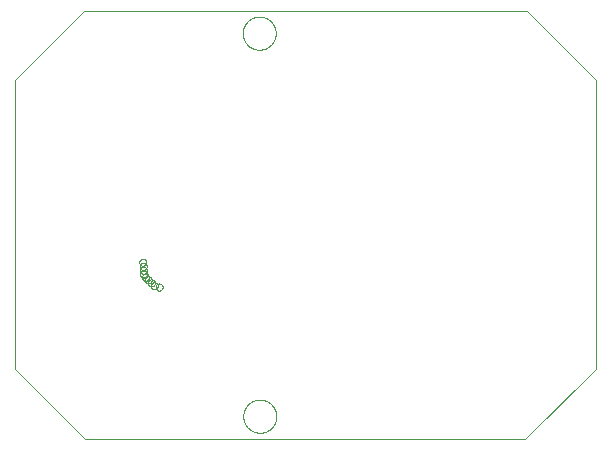
<source format=gbp>
G75*
%MOIN*%
%OFA0B0*%
%FSLAX25Y25*%
%IPPOS*%
%LPD*%
%AMOC8*
5,1,8,0,0,1.08239X$1,22.5*
%
%ADD10C,0.00000*%
D10*
X0001855Y0024792D02*
X0025398Y0001249D01*
X0172170Y0001249D01*
X0195713Y0024792D01*
X0195713Y0120934D01*
X0172564Y0144083D01*
X0025005Y0144083D01*
X0001855Y0120934D01*
X0001855Y0024792D01*
X0043627Y0056328D02*
X0043629Y0056397D01*
X0043635Y0056465D01*
X0043645Y0056533D01*
X0043659Y0056600D01*
X0043677Y0056667D01*
X0043698Y0056732D01*
X0043724Y0056796D01*
X0043753Y0056858D01*
X0043785Y0056918D01*
X0043821Y0056977D01*
X0043861Y0057033D01*
X0043903Y0057087D01*
X0043949Y0057138D01*
X0043998Y0057187D01*
X0044049Y0057233D01*
X0044103Y0057275D01*
X0044159Y0057315D01*
X0044217Y0057351D01*
X0044278Y0057383D01*
X0044340Y0057412D01*
X0044404Y0057438D01*
X0044469Y0057459D01*
X0044536Y0057477D01*
X0044603Y0057491D01*
X0044671Y0057501D01*
X0044739Y0057507D01*
X0044808Y0057509D01*
X0044877Y0057507D01*
X0044945Y0057501D01*
X0045013Y0057491D01*
X0045080Y0057477D01*
X0045147Y0057459D01*
X0045212Y0057438D01*
X0045276Y0057412D01*
X0045338Y0057383D01*
X0045398Y0057351D01*
X0045457Y0057315D01*
X0045513Y0057275D01*
X0045567Y0057233D01*
X0045618Y0057187D01*
X0045667Y0057138D01*
X0045713Y0057087D01*
X0045755Y0057033D01*
X0045795Y0056977D01*
X0045831Y0056918D01*
X0045863Y0056858D01*
X0045892Y0056796D01*
X0045918Y0056732D01*
X0045939Y0056667D01*
X0045957Y0056600D01*
X0045971Y0056533D01*
X0045981Y0056465D01*
X0045987Y0056397D01*
X0045989Y0056328D01*
X0045987Y0056259D01*
X0045981Y0056191D01*
X0045971Y0056123D01*
X0045957Y0056056D01*
X0045939Y0055989D01*
X0045918Y0055924D01*
X0045892Y0055860D01*
X0045863Y0055798D01*
X0045831Y0055737D01*
X0045795Y0055679D01*
X0045755Y0055623D01*
X0045713Y0055569D01*
X0045667Y0055518D01*
X0045618Y0055469D01*
X0045567Y0055423D01*
X0045513Y0055381D01*
X0045457Y0055341D01*
X0045399Y0055305D01*
X0045338Y0055273D01*
X0045276Y0055244D01*
X0045212Y0055218D01*
X0045147Y0055197D01*
X0045080Y0055179D01*
X0045013Y0055165D01*
X0044945Y0055155D01*
X0044877Y0055149D01*
X0044808Y0055147D01*
X0044739Y0055149D01*
X0044671Y0055155D01*
X0044603Y0055165D01*
X0044536Y0055179D01*
X0044469Y0055197D01*
X0044404Y0055218D01*
X0044340Y0055244D01*
X0044278Y0055273D01*
X0044217Y0055305D01*
X0044159Y0055341D01*
X0044103Y0055381D01*
X0044049Y0055423D01*
X0043998Y0055469D01*
X0043949Y0055518D01*
X0043903Y0055569D01*
X0043861Y0055623D01*
X0043821Y0055679D01*
X0043785Y0055737D01*
X0043753Y0055798D01*
X0043724Y0055860D01*
X0043698Y0055924D01*
X0043677Y0055989D01*
X0043659Y0056056D01*
X0043645Y0056123D01*
X0043635Y0056191D01*
X0043629Y0056259D01*
X0043627Y0056328D01*
X0043528Y0057607D02*
X0043530Y0057676D01*
X0043536Y0057744D01*
X0043546Y0057812D01*
X0043560Y0057879D01*
X0043578Y0057946D01*
X0043599Y0058011D01*
X0043625Y0058075D01*
X0043654Y0058137D01*
X0043686Y0058197D01*
X0043722Y0058256D01*
X0043762Y0058312D01*
X0043804Y0058366D01*
X0043850Y0058417D01*
X0043899Y0058466D01*
X0043950Y0058512D01*
X0044004Y0058554D01*
X0044060Y0058594D01*
X0044118Y0058630D01*
X0044179Y0058662D01*
X0044241Y0058691D01*
X0044305Y0058717D01*
X0044370Y0058738D01*
X0044437Y0058756D01*
X0044504Y0058770D01*
X0044572Y0058780D01*
X0044640Y0058786D01*
X0044709Y0058788D01*
X0044778Y0058786D01*
X0044846Y0058780D01*
X0044914Y0058770D01*
X0044981Y0058756D01*
X0045048Y0058738D01*
X0045113Y0058717D01*
X0045177Y0058691D01*
X0045239Y0058662D01*
X0045299Y0058630D01*
X0045358Y0058594D01*
X0045414Y0058554D01*
X0045468Y0058512D01*
X0045519Y0058466D01*
X0045568Y0058417D01*
X0045614Y0058366D01*
X0045656Y0058312D01*
X0045696Y0058256D01*
X0045732Y0058197D01*
X0045764Y0058137D01*
X0045793Y0058075D01*
X0045819Y0058011D01*
X0045840Y0057946D01*
X0045858Y0057879D01*
X0045872Y0057812D01*
X0045882Y0057744D01*
X0045888Y0057676D01*
X0045890Y0057607D01*
X0045888Y0057538D01*
X0045882Y0057470D01*
X0045872Y0057402D01*
X0045858Y0057335D01*
X0045840Y0057268D01*
X0045819Y0057203D01*
X0045793Y0057139D01*
X0045764Y0057077D01*
X0045732Y0057016D01*
X0045696Y0056958D01*
X0045656Y0056902D01*
X0045614Y0056848D01*
X0045568Y0056797D01*
X0045519Y0056748D01*
X0045468Y0056702D01*
X0045414Y0056660D01*
X0045358Y0056620D01*
X0045300Y0056584D01*
X0045239Y0056552D01*
X0045177Y0056523D01*
X0045113Y0056497D01*
X0045048Y0056476D01*
X0044981Y0056458D01*
X0044914Y0056444D01*
X0044846Y0056434D01*
X0044778Y0056428D01*
X0044709Y0056426D01*
X0044640Y0056428D01*
X0044572Y0056434D01*
X0044504Y0056444D01*
X0044437Y0056458D01*
X0044370Y0056476D01*
X0044305Y0056497D01*
X0044241Y0056523D01*
X0044179Y0056552D01*
X0044118Y0056584D01*
X0044060Y0056620D01*
X0044004Y0056660D01*
X0043950Y0056702D01*
X0043899Y0056748D01*
X0043850Y0056797D01*
X0043804Y0056848D01*
X0043762Y0056902D01*
X0043722Y0056958D01*
X0043686Y0057016D01*
X0043654Y0057077D01*
X0043625Y0057139D01*
X0043599Y0057203D01*
X0043578Y0057268D01*
X0043560Y0057335D01*
X0043546Y0057402D01*
X0043536Y0057470D01*
X0043530Y0057538D01*
X0043528Y0057607D01*
X0043528Y0058887D02*
X0043530Y0058956D01*
X0043536Y0059024D01*
X0043546Y0059092D01*
X0043560Y0059159D01*
X0043578Y0059226D01*
X0043599Y0059291D01*
X0043625Y0059355D01*
X0043654Y0059417D01*
X0043686Y0059477D01*
X0043722Y0059536D01*
X0043762Y0059592D01*
X0043804Y0059646D01*
X0043850Y0059697D01*
X0043899Y0059746D01*
X0043950Y0059792D01*
X0044004Y0059834D01*
X0044060Y0059874D01*
X0044118Y0059910D01*
X0044179Y0059942D01*
X0044241Y0059971D01*
X0044305Y0059997D01*
X0044370Y0060018D01*
X0044437Y0060036D01*
X0044504Y0060050D01*
X0044572Y0060060D01*
X0044640Y0060066D01*
X0044709Y0060068D01*
X0044778Y0060066D01*
X0044846Y0060060D01*
X0044914Y0060050D01*
X0044981Y0060036D01*
X0045048Y0060018D01*
X0045113Y0059997D01*
X0045177Y0059971D01*
X0045239Y0059942D01*
X0045299Y0059910D01*
X0045358Y0059874D01*
X0045414Y0059834D01*
X0045468Y0059792D01*
X0045519Y0059746D01*
X0045568Y0059697D01*
X0045614Y0059646D01*
X0045656Y0059592D01*
X0045696Y0059536D01*
X0045732Y0059477D01*
X0045764Y0059417D01*
X0045793Y0059355D01*
X0045819Y0059291D01*
X0045840Y0059226D01*
X0045858Y0059159D01*
X0045872Y0059092D01*
X0045882Y0059024D01*
X0045888Y0058956D01*
X0045890Y0058887D01*
X0045888Y0058818D01*
X0045882Y0058750D01*
X0045872Y0058682D01*
X0045858Y0058615D01*
X0045840Y0058548D01*
X0045819Y0058483D01*
X0045793Y0058419D01*
X0045764Y0058357D01*
X0045732Y0058296D01*
X0045696Y0058238D01*
X0045656Y0058182D01*
X0045614Y0058128D01*
X0045568Y0058077D01*
X0045519Y0058028D01*
X0045468Y0057982D01*
X0045414Y0057940D01*
X0045358Y0057900D01*
X0045300Y0057864D01*
X0045239Y0057832D01*
X0045177Y0057803D01*
X0045113Y0057777D01*
X0045048Y0057756D01*
X0044981Y0057738D01*
X0044914Y0057724D01*
X0044846Y0057714D01*
X0044778Y0057708D01*
X0044709Y0057706D01*
X0044640Y0057708D01*
X0044572Y0057714D01*
X0044504Y0057724D01*
X0044437Y0057738D01*
X0044370Y0057756D01*
X0044305Y0057777D01*
X0044241Y0057803D01*
X0044179Y0057832D01*
X0044118Y0057864D01*
X0044060Y0057900D01*
X0044004Y0057940D01*
X0043950Y0057982D01*
X0043899Y0058028D01*
X0043850Y0058077D01*
X0043804Y0058128D01*
X0043762Y0058182D01*
X0043722Y0058238D01*
X0043686Y0058296D01*
X0043654Y0058357D01*
X0043625Y0058419D01*
X0043599Y0058483D01*
X0043578Y0058548D01*
X0043560Y0058615D01*
X0043546Y0058682D01*
X0043536Y0058750D01*
X0043530Y0058818D01*
X0043528Y0058887D01*
X0043430Y0060265D02*
X0043432Y0060334D01*
X0043438Y0060402D01*
X0043448Y0060470D01*
X0043462Y0060537D01*
X0043480Y0060604D01*
X0043501Y0060669D01*
X0043527Y0060733D01*
X0043556Y0060795D01*
X0043588Y0060855D01*
X0043624Y0060914D01*
X0043664Y0060970D01*
X0043706Y0061024D01*
X0043752Y0061075D01*
X0043801Y0061124D01*
X0043852Y0061170D01*
X0043906Y0061212D01*
X0043962Y0061252D01*
X0044020Y0061288D01*
X0044081Y0061320D01*
X0044143Y0061349D01*
X0044207Y0061375D01*
X0044272Y0061396D01*
X0044339Y0061414D01*
X0044406Y0061428D01*
X0044474Y0061438D01*
X0044542Y0061444D01*
X0044611Y0061446D01*
X0044680Y0061444D01*
X0044748Y0061438D01*
X0044816Y0061428D01*
X0044883Y0061414D01*
X0044950Y0061396D01*
X0045015Y0061375D01*
X0045079Y0061349D01*
X0045141Y0061320D01*
X0045201Y0061288D01*
X0045260Y0061252D01*
X0045316Y0061212D01*
X0045370Y0061170D01*
X0045421Y0061124D01*
X0045470Y0061075D01*
X0045516Y0061024D01*
X0045558Y0060970D01*
X0045598Y0060914D01*
X0045634Y0060855D01*
X0045666Y0060795D01*
X0045695Y0060733D01*
X0045721Y0060669D01*
X0045742Y0060604D01*
X0045760Y0060537D01*
X0045774Y0060470D01*
X0045784Y0060402D01*
X0045790Y0060334D01*
X0045792Y0060265D01*
X0045790Y0060196D01*
X0045784Y0060128D01*
X0045774Y0060060D01*
X0045760Y0059993D01*
X0045742Y0059926D01*
X0045721Y0059861D01*
X0045695Y0059797D01*
X0045666Y0059735D01*
X0045634Y0059674D01*
X0045598Y0059616D01*
X0045558Y0059560D01*
X0045516Y0059506D01*
X0045470Y0059455D01*
X0045421Y0059406D01*
X0045370Y0059360D01*
X0045316Y0059318D01*
X0045260Y0059278D01*
X0045202Y0059242D01*
X0045141Y0059210D01*
X0045079Y0059181D01*
X0045015Y0059155D01*
X0044950Y0059134D01*
X0044883Y0059116D01*
X0044816Y0059102D01*
X0044748Y0059092D01*
X0044680Y0059086D01*
X0044611Y0059084D01*
X0044542Y0059086D01*
X0044474Y0059092D01*
X0044406Y0059102D01*
X0044339Y0059116D01*
X0044272Y0059134D01*
X0044207Y0059155D01*
X0044143Y0059181D01*
X0044081Y0059210D01*
X0044020Y0059242D01*
X0043962Y0059278D01*
X0043906Y0059318D01*
X0043852Y0059360D01*
X0043801Y0059406D01*
X0043752Y0059455D01*
X0043706Y0059506D01*
X0043664Y0059560D01*
X0043624Y0059616D01*
X0043588Y0059674D01*
X0043556Y0059735D01*
X0043527Y0059797D01*
X0043501Y0059861D01*
X0043480Y0059926D01*
X0043462Y0059993D01*
X0043448Y0060060D01*
X0043438Y0060128D01*
X0043432Y0060196D01*
X0043430Y0060265D01*
X0044316Y0055245D02*
X0044318Y0055314D01*
X0044324Y0055382D01*
X0044334Y0055450D01*
X0044348Y0055517D01*
X0044366Y0055584D01*
X0044387Y0055649D01*
X0044413Y0055713D01*
X0044442Y0055775D01*
X0044474Y0055835D01*
X0044510Y0055894D01*
X0044550Y0055950D01*
X0044592Y0056004D01*
X0044638Y0056055D01*
X0044687Y0056104D01*
X0044738Y0056150D01*
X0044792Y0056192D01*
X0044848Y0056232D01*
X0044906Y0056268D01*
X0044967Y0056300D01*
X0045029Y0056329D01*
X0045093Y0056355D01*
X0045158Y0056376D01*
X0045225Y0056394D01*
X0045292Y0056408D01*
X0045360Y0056418D01*
X0045428Y0056424D01*
X0045497Y0056426D01*
X0045566Y0056424D01*
X0045634Y0056418D01*
X0045702Y0056408D01*
X0045769Y0056394D01*
X0045836Y0056376D01*
X0045901Y0056355D01*
X0045965Y0056329D01*
X0046027Y0056300D01*
X0046087Y0056268D01*
X0046146Y0056232D01*
X0046202Y0056192D01*
X0046256Y0056150D01*
X0046307Y0056104D01*
X0046356Y0056055D01*
X0046402Y0056004D01*
X0046444Y0055950D01*
X0046484Y0055894D01*
X0046520Y0055835D01*
X0046552Y0055775D01*
X0046581Y0055713D01*
X0046607Y0055649D01*
X0046628Y0055584D01*
X0046646Y0055517D01*
X0046660Y0055450D01*
X0046670Y0055382D01*
X0046676Y0055314D01*
X0046678Y0055245D01*
X0046676Y0055176D01*
X0046670Y0055108D01*
X0046660Y0055040D01*
X0046646Y0054973D01*
X0046628Y0054906D01*
X0046607Y0054841D01*
X0046581Y0054777D01*
X0046552Y0054715D01*
X0046520Y0054654D01*
X0046484Y0054596D01*
X0046444Y0054540D01*
X0046402Y0054486D01*
X0046356Y0054435D01*
X0046307Y0054386D01*
X0046256Y0054340D01*
X0046202Y0054298D01*
X0046146Y0054258D01*
X0046088Y0054222D01*
X0046027Y0054190D01*
X0045965Y0054161D01*
X0045901Y0054135D01*
X0045836Y0054114D01*
X0045769Y0054096D01*
X0045702Y0054082D01*
X0045634Y0054072D01*
X0045566Y0054066D01*
X0045497Y0054064D01*
X0045428Y0054066D01*
X0045360Y0054072D01*
X0045292Y0054082D01*
X0045225Y0054096D01*
X0045158Y0054114D01*
X0045093Y0054135D01*
X0045029Y0054161D01*
X0044967Y0054190D01*
X0044906Y0054222D01*
X0044848Y0054258D01*
X0044792Y0054298D01*
X0044738Y0054340D01*
X0044687Y0054386D01*
X0044638Y0054435D01*
X0044592Y0054486D01*
X0044550Y0054540D01*
X0044510Y0054596D01*
X0044474Y0054654D01*
X0044442Y0054715D01*
X0044413Y0054777D01*
X0044387Y0054841D01*
X0044366Y0054906D01*
X0044348Y0054973D01*
X0044334Y0055040D01*
X0044324Y0055108D01*
X0044318Y0055176D01*
X0044316Y0055245D01*
X0045202Y0054359D02*
X0045204Y0054428D01*
X0045210Y0054496D01*
X0045220Y0054564D01*
X0045234Y0054631D01*
X0045252Y0054698D01*
X0045273Y0054763D01*
X0045299Y0054827D01*
X0045328Y0054889D01*
X0045360Y0054949D01*
X0045396Y0055008D01*
X0045436Y0055064D01*
X0045478Y0055118D01*
X0045524Y0055169D01*
X0045573Y0055218D01*
X0045624Y0055264D01*
X0045678Y0055306D01*
X0045734Y0055346D01*
X0045792Y0055382D01*
X0045853Y0055414D01*
X0045915Y0055443D01*
X0045979Y0055469D01*
X0046044Y0055490D01*
X0046111Y0055508D01*
X0046178Y0055522D01*
X0046246Y0055532D01*
X0046314Y0055538D01*
X0046383Y0055540D01*
X0046452Y0055538D01*
X0046520Y0055532D01*
X0046588Y0055522D01*
X0046655Y0055508D01*
X0046722Y0055490D01*
X0046787Y0055469D01*
X0046851Y0055443D01*
X0046913Y0055414D01*
X0046973Y0055382D01*
X0047032Y0055346D01*
X0047088Y0055306D01*
X0047142Y0055264D01*
X0047193Y0055218D01*
X0047242Y0055169D01*
X0047288Y0055118D01*
X0047330Y0055064D01*
X0047370Y0055008D01*
X0047406Y0054949D01*
X0047438Y0054889D01*
X0047467Y0054827D01*
X0047493Y0054763D01*
X0047514Y0054698D01*
X0047532Y0054631D01*
X0047546Y0054564D01*
X0047556Y0054496D01*
X0047562Y0054428D01*
X0047564Y0054359D01*
X0047562Y0054290D01*
X0047556Y0054222D01*
X0047546Y0054154D01*
X0047532Y0054087D01*
X0047514Y0054020D01*
X0047493Y0053955D01*
X0047467Y0053891D01*
X0047438Y0053829D01*
X0047406Y0053768D01*
X0047370Y0053710D01*
X0047330Y0053654D01*
X0047288Y0053600D01*
X0047242Y0053549D01*
X0047193Y0053500D01*
X0047142Y0053454D01*
X0047088Y0053412D01*
X0047032Y0053372D01*
X0046974Y0053336D01*
X0046913Y0053304D01*
X0046851Y0053275D01*
X0046787Y0053249D01*
X0046722Y0053228D01*
X0046655Y0053210D01*
X0046588Y0053196D01*
X0046520Y0053186D01*
X0046452Y0053180D01*
X0046383Y0053178D01*
X0046314Y0053180D01*
X0046246Y0053186D01*
X0046178Y0053196D01*
X0046111Y0053210D01*
X0046044Y0053228D01*
X0045979Y0053249D01*
X0045915Y0053275D01*
X0045853Y0053304D01*
X0045792Y0053336D01*
X0045734Y0053372D01*
X0045678Y0053412D01*
X0045624Y0053454D01*
X0045573Y0053500D01*
X0045524Y0053549D01*
X0045478Y0053600D01*
X0045436Y0053654D01*
X0045396Y0053710D01*
X0045360Y0053768D01*
X0045328Y0053829D01*
X0045299Y0053891D01*
X0045273Y0053955D01*
X0045252Y0054020D01*
X0045234Y0054087D01*
X0045220Y0054154D01*
X0045210Y0054222D01*
X0045204Y0054290D01*
X0045202Y0054359D01*
X0046284Y0053375D02*
X0046286Y0053444D01*
X0046292Y0053512D01*
X0046302Y0053580D01*
X0046316Y0053647D01*
X0046334Y0053714D01*
X0046355Y0053779D01*
X0046381Y0053843D01*
X0046410Y0053905D01*
X0046442Y0053965D01*
X0046478Y0054024D01*
X0046518Y0054080D01*
X0046560Y0054134D01*
X0046606Y0054185D01*
X0046655Y0054234D01*
X0046706Y0054280D01*
X0046760Y0054322D01*
X0046816Y0054362D01*
X0046874Y0054398D01*
X0046935Y0054430D01*
X0046997Y0054459D01*
X0047061Y0054485D01*
X0047126Y0054506D01*
X0047193Y0054524D01*
X0047260Y0054538D01*
X0047328Y0054548D01*
X0047396Y0054554D01*
X0047465Y0054556D01*
X0047534Y0054554D01*
X0047602Y0054548D01*
X0047670Y0054538D01*
X0047737Y0054524D01*
X0047804Y0054506D01*
X0047869Y0054485D01*
X0047933Y0054459D01*
X0047995Y0054430D01*
X0048055Y0054398D01*
X0048114Y0054362D01*
X0048170Y0054322D01*
X0048224Y0054280D01*
X0048275Y0054234D01*
X0048324Y0054185D01*
X0048370Y0054134D01*
X0048412Y0054080D01*
X0048452Y0054024D01*
X0048488Y0053965D01*
X0048520Y0053905D01*
X0048549Y0053843D01*
X0048575Y0053779D01*
X0048596Y0053714D01*
X0048614Y0053647D01*
X0048628Y0053580D01*
X0048638Y0053512D01*
X0048644Y0053444D01*
X0048646Y0053375D01*
X0048644Y0053306D01*
X0048638Y0053238D01*
X0048628Y0053170D01*
X0048614Y0053103D01*
X0048596Y0053036D01*
X0048575Y0052971D01*
X0048549Y0052907D01*
X0048520Y0052845D01*
X0048488Y0052784D01*
X0048452Y0052726D01*
X0048412Y0052670D01*
X0048370Y0052616D01*
X0048324Y0052565D01*
X0048275Y0052516D01*
X0048224Y0052470D01*
X0048170Y0052428D01*
X0048114Y0052388D01*
X0048056Y0052352D01*
X0047995Y0052320D01*
X0047933Y0052291D01*
X0047869Y0052265D01*
X0047804Y0052244D01*
X0047737Y0052226D01*
X0047670Y0052212D01*
X0047602Y0052202D01*
X0047534Y0052196D01*
X0047465Y0052194D01*
X0047396Y0052196D01*
X0047328Y0052202D01*
X0047260Y0052212D01*
X0047193Y0052226D01*
X0047126Y0052244D01*
X0047061Y0052265D01*
X0046997Y0052291D01*
X0046935Y0052320D01*
X0046874Y0052352D01*
X0046816Y0052388D01*
X0046760Y0052428D01*
X0046706Y0052470D01*
X0046655Y0052516D01*
X0046606Y0052565D01*
X0046560Y0052616D01*
X0046518Y0052670D01*
X0046478Y0052726D01*
X0046442Y0052784D01*
X0046410Y0052845D01*
X0046381Y0052907D01*
X0046355Y0052971D01*
X0046334Y0053036D01*
X0046316Y0053103D01*
X0046302Y0053170D01*
X0046292Y0053238D01*
X0046286Y0053306D01*
X0046284Y0053375D01*
X0047269Y0052391D02*
X0047271Y0052460D01*
X0047277Y0052528D01*
X0047287Y0052596D01*
X0047301Y0052663D01*
X0047319Y0052730D01*
X0047340Y0052795D01*
X0047366Y0052859D01*
X0047395Y0052921D01*
X0047427Y0052981D01*
X0047463Y0053040D01*
X0047503Y0053096D01*
X0047545Y0053150D01*
X0047591Y0053201D01*
X0047640Y0053250D01*
X0047691Y0053296D01*
X0047745Y0053338D01*
X0047801Y0053378D01*
X0047859Y0053414D01*
X0047920Y0053446D01*
X0047982Y0053475D01*
X0048046Y0053501D01*
X0048111Y0053522D01*
X0048178Y0053540D01*
X0048245Y0053554D01*
X0048313Y0053564D01*
X0048381Y0053570D01*
X0048450Y0053572D01*
X0048519Y0053570D01*
X0048587Y0053564D01*
X0048655Y0053554D01*
X0048722Y0053540D01*
X0048789Y0053522D01*
X0048854Y0053501D01*
X0048918Y0053475D01*
X0048980Y0053446D01*
X0049040Y0053414D01*
X0049099Y0053378D01*
X0049155Y0053338D01*
X0049209Y0053296D01*
X0049260Y0053250D01*
X0049309Y0053201D01*
X0049355Y0053150D01*
X0049397Y0053096D01*
X0049437Y0053040D01*
X0049473Y0052981D01*
X0049505Y0052921D01*
X0049534Y0052859D01*
X0049560Y0052795D01*
X0049581Y0052730D01*
X0049599Y0052663D01*
X0049613Y0052596D01*
X0049623Y0052528D01*
X0049629Y0052460D01*
X0049631Y0052391D01*
X0049629Y0052322D01*
X0049623Y0052254D01*
X0049613Y0052186D01*
X0049599Y0052119D01*
X0049581Y0052052D01*
X0049560Y0051987D01*
X0049534Y0051923D01*
X0049505Y0051861D01*
X0049473Y0051800D01*
X0049437Y0051742D01*
X0049397Y0051686D01*
X0049355Y0051632D01*
X0049309Y0051581D01*
X0049260Y0051532D01*
X0049209Y0051486D01*
X0049155Y0051444D01*
X0049099Y0051404D01*
X0049041Y0051368D01*
X0048980Y0051336D01*
X0048918Y0051307D01*
X0048854Y0051281D01*
X0048789Y0051260D01*
X0048722Y0051242D01*
X0048655Y0051228D01*
X0048587Y0051218D01*
X0048519Y0051212D01*
X0048450Y0051210D01*
X0048381Y0051212D01*
X0048313Y0051218D01*
X0048245Y0051228D01*
X0048178Y0051242D01*
X0048111Y0051260D01*
X0048046Y0051281D01*
X0047982Y0051307D01*
X0047920Y0051336D01*
X0047859Y0051368D01*
X0047801Y0051404D01*
X0047745Y0051444D01*
X0047691Y0051486D01*
X0047640Y0051532D01*
X0047591Y0051581D01*
X0047545Y0051632D01*
X0047503Y0051686D01*
X0047463Y0051742D01*
X0047427Y0051800D01*
X0047395Y0051861D01*
X0047366Y0051923D01*
X0047340Y0051987D01*
X0047319Y0052052D01*
X0047301Y0052119D01*
X0047287Y0052186D01*
X0047277Y0052254D01*
X0047271Y0052322D01*
X0047269Y0052391D01*
X0048843Y0051997D02*
X0048845Y0052066D01*
X0048851Y0052134D01*
X0048861Y0052202D01*
X0048875Y0052269D01*
X0048893Y0052336D01*
X0048914Y0052401D01*
X0048940Y0052465D01*
X0048969Y0052527D01*
X0049001Y0052587D01*
X0049037Y0052646D01*
X0049077Y0052702D01*
X0049119Y0052756D01*
X0049165Y0052807D01*
X0049214Y0052856D01*
X0049265Y0052902D01*
X0049319Y0052944D01*
X0049375Y0052984D01*
X0049433Y0053020D01*
X0049494Y0053052D01*
X0049556Y0053081D01*
X0049620Y0053107D01*
X0049685Y0053128D01*
X0049752Y0053146D01*
X0049819Y0053160D01*
X0049887Y0053170D01*
X0049955Y0053176D01*
X0050024Y0053178D01*
X0050093Y0053176D01*
X0050161Y0053170D01*
X0050229Y0053160D01*
X0050296Y0053146D01*
X0050363Y0053128D01*
X0050428Y0053107D01*
X0050492Y0053081D01*
X0050554Y0053052D01*
X0050614Y0053020D01*
X0050673Y0052984D01*
X0050729Y0052944D01*
X0050783Y0052902D01*
X0050834Y0052856D01*
X0050883Y0052807D01*
X0050929Y0052756D01*
X0050971Y0052702D01*
X0051011Y0052646D01*
X0051047Y0052587D01*
X0051079Y0052527D01*
X0051108Y0052465D01*
X0051134Y0052401D01*
X0051155Y0052336D01*
X0051173Y0052269D01*
X0051187Y0052202D01*
X0051197Y0052134D01*
X0051203Y0052066D01*
X0051205Y0051997D01*
X0051203Y0051928D01*
X0051197Y0051860D01*
X0051187Y0051792D01*
X0051173Y0051725D01*
X0051155Y0051658D01*
X0051134Y0051593D01*
X0051108Y0051529D01*
X0051079Y0051467D01*
X0051047Y0051406D01*
X0051011Y0051348D01*
X0050971Y0051292D01*
X0050929Y0051238D01*
X0050883Y0051187D01*
X0050834Y0051138D01*
X0050783Y0051092D01*
X0050729Y0051050D01*
X0050673Y0051010D01*
X0050615Y0050974D01*
X0050554Y0050942D01*
X0050492Y0050913D01*
X0050428Y0050887D01*
X0050363Y0050866D01*
X0050296Y0050848D01*
X0050229Y0050834D01*
X0050161Y0050824D01*
X0050093Y0050818D01*
X0050024Y0050816D01*
X0049955Y0050818D01*
X0049887Y0050824D01*
X0049819Y0050834D01*
X0049752Y0050848D01*
X0049685Y0050866D01*
X0049620Y0050887D01*
X0049556Y0050913D01*
X0049494Y0050942D01*
X0049433Y0050974D01*
X0049375Y0051010D01*
X0049319Y0051050D01*
X0049265Y0051092D01*
X0049214Y0051138D01*
X0049165Y0051187D01*
X0049119Y0051238D01*
X0049077Y0051292D01*
X0049037Y0051348D01*
X0049001Y0051406D01*
X0048969Y0051467D01*
X0048940Y0051529D01*
X0048914Y0051593D01*
X0048893Y0051658D01*
X0048875Y0051725D01*
X0048861Y0051792D01*
X0048851Y0051860D01*
X0048845Y0051928D01*
X0048843Y0051997D01*
X0078100Y0008929D02*
X0078102Y0009077D01*
X0078108Y0009225D01*
X0078118Y0009373D01*
X0078132Y0009520D01*
X0078150Y0009667D01*
X0078171Y0009813D01*
X0078197Y0009959D01*
X0078227Y0010104D01*
X0078260Y0010248D01*
X0078298Y0010391D01*
X0078339Y0010533D01*
X0078384Y0010674D01*
X0078432Y0010814D01*
X0078485Y0010953D01*
X0078541Y0011090D01*
X0078601Y0011225D01*
X0078664Y0011359D01*
X0078731Y0011491D01*
X0078802Y0011621D01*
X0078876Y0011749D01*
X0078953Y0011875D01*
X0079034Y0011999D01*
X0079118Y0012121D01*
X0079205Y0012240D01*
X0079296Y0012357D01*
X0079390Y0012472D01*
X0079486Y0012584D01*
X0079586Y0012694D01*
X0079688Y0012800D01*
X0079794Y0012904D01*
X0079902Y0013005D01*
X0080013Y0013103D01*
X0080126Y0013199D01*
X0080242Y0013291D01*
X0080360Y0013380D01*
X0080481Y0013465D01*
X0080604Y0013548D01*
X0080729Y0013627D01*
X0080856Y0013703D01*
X0080985Y0013775D01*
X0081116Y0013844D01*
X0081249Y0013909D01*
X0081384Y0013970D01*
X0081520Y0014028D01*
X0081657Y0014083D01*
X0081796Y0014133D01*
X0081937Y0014180D01*
X0082078Y0014223D01*
X0082221Y0014263D01*
X0082365Y0014298D01*
X0082509Y0014330D01*
X0082655Y0014357D01*
X0082801Y0014381D01*
X0082948Y0014401D01*
X0083095Y0014417D01*
X0083242Y0014429D01*
X0083390Y0014437D01*
X0083538Y0014441D01*
X0083686Y0014441D01*
X0083834Y0014437D01*
X0083982Y0014429D01*
X0084129Y0014417D01*
X0084276Y0014401D01*
X0084423Y0014381D01*
X0084569Y0014357D01*
X0084715Y0014330D01*
X0084859Y0014298D01*
X0085003Y0014263D01*
X0085146Y0014223D01*
X0085287Y0014180D01*
X0085428Y0014133D01*
X0085567Y0014083D01*
X0085704Y0014028D01*
X0085840Y0013970D01*
X0085975Y0013909D01*
X0086108Y0013844D01*
X0086239Y0013775D01*
X0086368Y0013703D01*
X0086495Y0013627D01*
X0086620Y0013548D01*
X0086743Y0013465D01*
X0086864Y0013380D01*
X0086982Y0013291D01*
X0087098Y0013199D01*
X0087211Y0013103D01*
X0087322Y0013005D01*
X0087430Y0012904D01*
X0087536Y0012800D01*
X0087638Y0012694D01*
X0087738Y0012584D01*
X0087834Y0012472D01*
X0087928Y0012357D01*
X0088019Y0012240D01*
X0088106Y0012121D01*
X0088190Y0011999D01*
X0088271Y0011875D01*
X0088348Y0011749D01*
X0088422Y0011621D01*
X0088493Y0011491D01*
X0088560Y0011359D01*
X0088623Y0011225D01*
X0088683Y0011090D01*
X0088739Y0010953D01*
X0088792Y0010814D01*
X0088840Y0010674D01*
X0088885Y0010533D01*
X0088926Y0010391D01*
X0088964Y0010248D01*
X0088997Y0010104D01*
X0089027Y0009959D01*
X0089053Y0009813D01*
X0089074Y0009667D01*
X0089092Y0009520D01*
X0089106Y0009373D01*
X0089116Y0009225D01*
X0089122Y0009077D01*
X0089124Y0008929D01*
X0089122Y0008781D01*
X0089116Y0008633D01*
X0089106Y0008485D01*
X0089092Y0008338D01*
X0089074Y0008191D01*
X0089053Y0008045D01*
X0089027Y0007899D01*
X0088997Y0007754D01*
X0088964Y0007610D01*
X0088926Y0007467D01*
X0088885Y0007325D01*
X0088840Y0007184D01*
X0088792Y0007044D01*
X0088739Y0006905D01*
X0088683Y0006768D01*
X0088623Y0006633D01*
X0088560Y0006499D01*
X0088493Y0006367D01*
X0088422Y0006237D01*
X0088348Y0006109D01*
X0088271Y0005983D01*
X0088190Y0005859D01*
X0088106Y0005737D01*
X0088019Y0005618D01*
X0087928Y0005501D01*
X0087834Y0005386D01*
X0087738Y0005274D01*
X0087638Y0005164D01*
X0087536Y0005058D01*
X0087430Y0004954D01*
X0087322Y0004853D01*
X0087211Y0004755D01*
X0087098Y0004659D01*
X0086982Y0004567D01*
X0086864Y0004478D01*
X0086743Y0004393D01*
X0086620Y0004310D01*
X0086495Y0004231D01*
X0086368Y0004155D01*
X0086239Y0004083D01*
X0086108Y0004014D01*
X0085975Y0003949D01*
X0085840Y0003888D01*
X0085704Y0003830D01*
X0085567Y0003775D01*
X0085428Y0003725D01*
X0085287Y0003678D01*
X0085146Y0003635D01*
X0085003Y0003595D01*
X0084859Y0003560D01*
X0084715Y0003528D01*
X0084569Y0003501D01*
X0084423Y0003477D01*
X0084276Y0003457D01*
X0084129Y0003441D01*
X0083982Y0003429D01*
X0083834Y0003421D01*
X0083686Y0003417D01*
X0083538Y0003417D01*
X0083390Y0003421D01*
X0083242Y0003429D01*
X0083095Y0003441D01*
X0082948Y0003457D01*
X0082801Y0003477D01*
X0082655Y0003501D01*
X0082509Y0003528D01*
X0082365Y0003560D01*
X0082221Y0003595D01*
X0082078Y0003635D01*
X0081937Y0003678D01*
X0081796Y0003725D01*
X0081657Y0003775D01*
X0081520Y0003830D01*
X0081384Y0003888D01*
X0081249Y0003949D01*
X0081116Y0004014D01*
X0080985Y0004083D01*
X0080856Y0004155D01*
X0080729Y0004231D01*
X0080604Y0004310D01*
X0080481Y0004393D01*
X0080360Y0004478D01*
X0080242Y0004567D01*
X0080126Y0004659D01*
X0080013Y0004755D01*
X0079902Y0004853D01*
X0079794Y0004954D01*
X0079688Y0005058D01*
X0079586Y0005164D01*
X0079486Y0005274D01*
X0079390Y0005386D01*
X0079296Y0005501D01*
X0079205Y0005618D01*
X0079118Y0005737D01*
X0079034Y0005859D01*
X0078953Y0005983D01*
X0078876Y0006109D01*
X0078802Y0006237D01*
X0078731Y0006367D01*
X0078664Y0006499D01*
X0078601Y0006633D01*
X0078541Y0006768D01*
X0078485Y0006905D01*
X0078432Y0007044D01*
X0078384Y0007184D01*
X0078339Y0007325D01*
X0078298Y0007467D01*
X0078260Y0007610D01*
X0078227Y0007754D01*
X0078197Y0007899D01*
X0078171Y0008045D01*
X0078150Y0008191D01*
X0078132Y0008338D01*
X0078118Y0008485D01*
X0078108Y0008633D01*
X0078102Y0008781D01*
X0078100Y0008929D01*
X0077903Y0136606D02*
X0077905Y0136754D01*
X0077911Y0136902D01*
X0077921Y0137050D01*
X0077935Y0137197D01*
X0077953Y0137344D01*
X0077974Y0137490D01*
X0078000Y0137636D01*
X0078030Y0137781D01*
X0078063Y0137925D01*
X0078101Y0138068D01*
X0078142Y0138210D01*
X0078187Y0138351D01*
X0078235Y0138491D01*
X0078288Y0138630D01*
X0078344Y0138767D01*
X0078404Y0138902D01*
X0078467Y0139036D01*
X0078534Y0139168D01*
X0078605Y0139298D01*
X0078679Y0139426D01*
X0078756Y0139552D01*
X0078837Y0139676D01*
X0078921Y0139798D01*
X0079008Y0139917D01*
X0079099Y0140034D01*
X0079193Y0140149D01*
X0079289Y0140261D01*
X0079389Y0140371D01*
X0079491Y0140477D01*
X0079597Y0140581D01*
X0079705Y0140682D01*
X0079816Y0140780D01*
X0079929Y0140876D01*
X0080045Y0140968D01*
X0080163Y0141057D01*
X0080284Y0141142D01*
X0080407Y0141225D01*
X0080532Y0141304D01*
X0080659Y0141380D01*
X0080788Y0141452D01*
X0080919Y0141521D01*
X0081052Y0141586D01*
X0081187Y0141647D01*
X0081323Y0141705D01*
X0081460Y0141760D01*
X0081599Y0141810D01*
X0081740Y0141857D01*
X0081881Y0141900D01*
X0082024Y0141940D01*
X0082168Y0141975D01*
X0082312Y0142007D01*
X0082458Y0142034D01*
X0082604Y0142058D01*
X0082751Y0142078D01*
X0082898Y0142094D01*
X0083045Y0142106D01*
X0083193Y0142114D01*
X0083341Y0142118D01*
X0083489Y0142118D01*
X0083637Y0142114D01*
X0083785Y0142106D01*
X0083932Y0142094D01*
X0084079Y0142078D01*
X0084226Y0142058D01*
X0084372Y0142034D01*
X0084518Y0142007D01*
X0084662Y0141975D01*
X0084806Y0141940D01*
X0084949Y0141900D01*
X0085090Y0141857D01*
X0085231Y0141810D01*
X0085370Y0141760D01*
X0085507Y0141705D01*
X0085643Y0141647D01*
X0085778Y0141586D01*
X0085911Y0141521D01*
X0086042Y0141452D01*
X0086171Y0141380D01*
X0086298Y0141304D01*
X0086423Y0141225D01*
X0086546Y0141142D01*
X0086667Y0141057D01*
X0086785Y0140968D01*
X0086901Y0140876D01*
X0087014Y0140780D01*
X0087125Y0140682D01*
X0087233Y0140581D01*
X0087339Y0140477D01*
X0087441Y0140371D01*
X0087541Y0140261D01*
X0087637Y0140149D01*
X0087731Y0140034D01*
X0087822Y0139917D01*
X0087909Y0139798D01*
X0087993Y0139676D01*
X0088074Y0139552D01*
X0088151Y0139426D01*
X0088225Y0139298D01*
X0088296Y0139168D01*
X0088363Y0139036D01*
X0088426Y0138902D01*
X0088486Y0138767D01*
X0088542Y0138630D01*
X0088595Y0138491D01*
X0088643Y0138351D01*
X0088688Y0138210D01*
X0088729Y0138068D01*
X0088767Y0137925D01*
X0088800Y0137781D01*
X0088830Y0137636D01*
X0088856Y0137490D01*
X0088877Y0137344D01*
X0088895Y0137197D01*
X0088909Y0137050D01*
X0088919Y0136902D01*
X0088925Y0136754D01*
X0088927Y0136606D01*
X0088925Y0136458D01*
X0088919Y0136310D01*
X0088909Y0136162D01*
X0088895Y0136015D01*
X0088877Y0135868D01*
X0088856Y0135722D01*
X0088830Y0135576D01*
X0088800Y0135431D01*
X0088767Y0135287D01*
X0088729Y0135144D01*
X0088688Y0135002D01*
X0088643Y0134861D01*
X0088595Y0134721D01*
X0088542Y0134582D01*
X0088486Y0134445D01*
X0088426Y0134310D01*
X0088363Y0134176D01*
X0088296Y0134044D01*
X0088225Y0133914D01*
X0088151Y0133786D01*
X0088074Y0133660D01*
X0087993Y0133536D01*
X0087909Y0133414D01*
X0087822Y0133295D01*
X0087731Y0133178D01*
X0087637Y0133063D01*
X0087541Y0132951D01*
X0087441Y0132841D01*
X0087339Y0132735D01*
X0087233Y0132631D01*
X0087125Y0132530D01*
X0087014Y0132432D01*
X0086901Y0132336D01*
X0086785Y0132244D01*
X0086667Y0132155D01*
X0086546Y0132070D01*
X0086423Y0131987D01*
X0086298Y0131908D01*
X0086171Y0131832D01*
X0086042Y0131760D01*
X0085911Y0131691D01*
X0085778Y0131626D01*
X0085643Y0131565D01*
X0085507Y0131507D01*
X0085370Y0131452D01*
X0085231Y0131402D01*
X0085090Y0131355D01*
X0084949Y0131312D01*
X0084806Y0131272D01*
X0084662Y0131237D01*
X0084518Y0131205D01*
X0084372Y0131178D01*
X0084226Y0131154D01*
X0084079Y0131134D01*
X0083932Y0131118D01*
X0083785Y0131106D01*
X0083637Y0131098D01*
X0083489Y0131094D01*
X0083341Y0131094D01*
X0083193Y0131098D01*
X0083045Y0131106D01*
X0082898Y0131118D01*
X0082751Y0131134D01*
X0082604Y0131154D01*
X0082458Y0131178D01*
X0082312Y0131205D01*
X0082168Y0131237D01*
X0082024Y0131272D01*
X0081881Y0131312D01*
X0081740Y0131355D01*
X0081599Y0131402D01*
X0081460Y0131452D01*
X0081323Y0131507D01*
X0081187Y0131565D01*
X0081052Y0131626D01*
X0080919Y0131691D01*
X0080788Y0131760D01*
X0080659Y0131832D01*
X0080532Y0131908D01*
X0080407Y0131987D01*
X0080284Y0132070D01*
X0080163Y0132155D01*
X0080045Y0132244D01*
X0079929Y0132336D01*
X0079816Y0132432D01*
X0079705Y0132530D01*
X0079597Y0132631D01*
X0079491Y0132735D01*
X0079389Y0132841D01*
X0079289Y0132951D01*
X0079193Y0133063D01*
X0079099Y0133178D01*
X0079008Y0133295D01*
X0078921Y0133414D01*
X0078837Y0133536D01*
X0078756Y0133660D01*
X0078679Y0133786D01*
X0078605Y0133914D01*
X0078534Y0134044D01*
X0078467Y0134176D01*
X0078404Y0134310D01*
X0078344Y0134445D01*
X0078288Y0134582D01*
X0078235Y0134721D01*
X0078187Y0134861D01*
X0078142Y0135002D01*
X0078101Y0135144D01*
X0078063Y0135287D01*
X0078030Y0135431D01*
X0078000Y0135576D01*
X0077974Y0135722D01*
X0077953Y0135868D01*
X0077935Y0136015D01*
X0077921Y0136162D01*
X0077911Y0136310D01*
X0077905Y0136458D01*
X0077903Y0136606D01*
M02*

</source>
